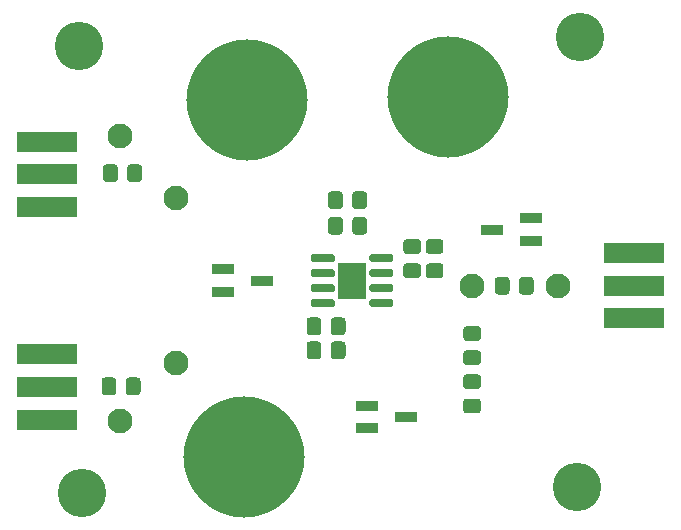
<source format=gbr>
%TF.GenerationSoftware,KiCad,Pcbnew,(5.1.6-0-10_14)*%
%TF.CreationDate,2020-10-22T07:10:05-07:00*%
%TF.ProjectId,tia_dev_board,7469615f-6465-4765-9f62-6f6172642e6b,rev?*%
%TF.SameCoordinates,Original*%
%TF.FileFunction,Soldermask,Top*%
%TF.FilePolarity,Negative*%
%FSLAX46Y46*%
G04 Gerber Fmt 4.6, Leading zero omitted, Abs format (unit mm)*
G04 Created by KiCad (PCBNEW (5.1.6-0-10_14)) date 2020-10-22 07:10:05*
%MOMM*%
%LPD*%
G01*
G04 APERTURE LIST*
%ADD10R,5.180000X1.700000*%
%ADD11R,2.390000X3.100000*%
%ADD12C,10.260000*%
%ADD13C,2.100000*%
%ADD14C,4.100000*%
%ADD15R,1.900000X0.900000*%
G04 APERTURE END LIST*
D10*
%TO.C,J3*%
X192786000Y-88670000D03*
X192786000Y-94210000D03*
X192786000Y-91440000D03*
%TD*%
%TO.C,J1*%
X143060000Y-102770000D03*
X143060000Y-97230000D03*
X143060000Y-100000000D03*
%TD*%
%TO.C,J2*%
X143060000Y-84770000D03*
X143060000Y-79230000D03*
X143060000Y-82000000D03*
%TD*%
D11*
%TO.C,U4*%
X168910000Y-91000000D03*
G36*
G01*
X170360000Y-89270000D02*
X170360000Y-88920000D01*
G75*
G02*
X170535000Y-88745000I175000J0D01*
G01*
X172235000Y-88745000D01*
G75*
G02*
X172410000Y-88920000I0J-175000D01*
G01*
X172410000Y-89270000D01*
G75*
G02*
X172235000Y-89445000I-175000J0D01*
G01*
X170535000Y-89445000D01*
G75*
G02*
X170360000Y-89270000I0J175000D01*
G01*
G37*
G36*
G01*
X170360000Y-90540000D02*
X170360000Y-90190000D01*
G75*
G02*
X170535000Y-90015000I175000J0D01*
G01*
X172235000Y-90015000D01*
G75*
G02*
X172410000Y-90190000I0J-175000D01*
G01*
X172410000Y-90540000D01*
G75*
G02*
X172235000Y-90715000I-175000J0D01*
G01*
X170535000Y-90715000D01*
G75*
G02*
X170360000Y-90540000I0J175000D01*
G01*
G37*
G36*
G01*
X170360000Y-91810000D02*
X170360000Y-91460000D01*
G75*
G02*
X170535000Y-91285000I175000J0D01*
G01*
X172235000Y-91285000D01*
G75*
G02*
X172410000Y-91460000I0J-175000D01*
G01*
X172410000Y-91810000D01*
G75*
G02*
X172235000Y-91985000I-175000J0D01*
G01*
X170535000Y-91985000D01*
G75*
G02*
X170360000Y-91810000I0J175000D01*
G01*
G37*
G36*
G01*
X170360000Y-93080000D02*
X170360000Y-92730000D01*
G75*
G02*
X170535000Y-92555000I175000J0D01*
G01*
X172235000Y-92555000D01*
G75*
G02*
X172410000Y-92730000I0J-175000D01*
G01*
X172410000Y-93080000D01*
G75*
G02*
X172235000Y-93255000I-175000J0D01*
G01*
X170535000Y-93255000D01*
G75*
G02*
X170360000Y-93080000I0J175000D01*
G01*
G37*
G36*
G01*
X165410000Y-93080000D02*
X165410000Y-92730000D01*
G75*
G02*
X165585000Y-92555000I175000J0D01*
G01*
X167285000Y-92555000D01*
G75*
G02*
X167460000Y-92730000I0J-175000D01*
G01*
X167460000Y-93080000D01*
G75*
G02*
X167285000Y-93255000I-175000J0D01*
G01*
X165585000Y-93255000D01*
G75*
G02*
X165410000Y-93080000I0J175000D01*
G01*
G37*
G36*
G01*
X165410000Y-91810000D02*
X165410000Y-91460000D01*
G75*
G02*
X165585000Y-91285000I175000J0D01*
G01*
X167285000Y-91285000D01*
G75*
G02*
X167460000Y-91460000I0J-175000D01*
G01*
X167460000Y-91810000D01*
G75*
G02*
X167285000Y-91985000I-175000J0D01*
G01*
X165585000Y-91985000D01*
G75*
G02*
X165410000Y-91810000I0J175000D01*
G01*
G37*
G36*
G01*
X165410000Y-90540000D02*
X165410000Y-90190000D01*
G75*
G02*
X165585000Y-90015000I175000J0D01*
G01*
X167285000Y-90015000D01*
G75*
G02*
X167460000Y-90190000I0J-175000D01*
G01*
X167460000Y-90540000D01*
G75*
G02*
X167285000Y-90715000I-175000J0D01*
G01*
X165585000Y-90715000D01*
G75*
G02*
X165410000Y-90540000I0J175000D01*
G01*
G37*
G36*
G01*
X165410000Y-89270000D02*
X165410000Y-88920000D01*
G75*
G02*
X165585000Y-88745000I175000J0D01*
G01*
X167285000Y-88745000D01*
G75*
G02*
X167460000Y-88920000I0J-175000D01*
G01*
X167460000Y-89270000D01*
G75*
G02*
X167285000Y-89445000I-175000J0D01*
G01*
X165585000Y-89445000D01*
G75*
G02*
X165410000Y-89270000I0J175000D01*
G01*
G37*
%TD*%
D12*
%TO.C,U3*%
X159766000Y-105918000D03*
%TD*%
%TO.C,U2*%
X160020000Y-75692000D03*
%TD*%
%TO.C,U1*%
X177038000Y-75438000D03*
%TD*%
D13*
%TO.C,TP6*%
X186309000Y-91440000D03*
%TD*%
%TO.C,TP5*%
X179070000Y-91440000D03*
%TD*%
%TO.C,TP4*%
X154000000Y-84000000D03*
%TD*%
%TO.C,TP3*%
X154000000Y-98000000D03*
%TD*%
%TO.C,TP2*%
X149225000Y-78740000D03*
%TD*%
%TO.C,TP1*%
X149225000Y-102870000D03*
%TD*%
%TO.C,R5*%
G36*
G01*
X182235000Y-90961738D02*
X182235000Y-91918262D01*
G75*
G02*
X181963262Y-92190000I-271738J0D01*
G01*
X181256738Y-92190000D01*
G75*
G02*
X180985000Y-91918262I0J271738D01*
G01*
X180985000Y-90961738D01*
G75*
G02*
X181256738Y-90690000I271738J0D01*
G01*
X181963262Y-90690000D01*
G75*
G02*
X182235000Y-90961738I0J-271738D01*
G01*
G37*
G36*
G01*
X184285000Y-90961738D02*
X184285000Y-91918262D01*
G75*
G02*
X184013262Y-92190000I-271738J0D01*
G01*
X183306738Y-92190000D01*
G75*
G02*
X183035000Y-91918262I0J271738D01*
G01*
X183035000Y-90961738D01*
G75*
G02*
X183306738Y-90690000I271738J0D01*
G01*
X184013262Y-90690000D01*
G75*
G02*
X184285000Y-90961738I0J-271738D01*
G01*
G37*
%TD*%
%TO.C,R4*%
G36*
G01*
X178591738Y-96911000D02*
X179548262Y-96911000D01*
G75*
G02*
X179820000Y-97182738I0J-271738D01*
G01*
X179820000Y-97889262D01*
G75*
G02*
X179548262Y-98161000I-271738J0D01*
G01*
X178591738Y-98161000D01*
G75*
G02*
X178320000Y-97889262I0J271738D01*
G01*
X178320000Y-97182738D01*
G75*
G02*
X178591738Y-96911000I271738J0D01*
G01*
G37*
G36*
G01*
X178591738Y-94861000D02*
X179548262Y-94861000D01*
G75*
G02*
X179820000Y-95132738I0J-271738D01*
G01*
X179820000Y-95839262D01*
G75*
G02*
X179548262Y-96111000I-271738J0D01*
G01*
X178591738Y-96111000D01*
G75*
G02*
X178320000Y-95839262I0J271738D01*
G01*
X178320000Y-95132738D01*
G75*
G02*
X178591738Y-94861000I271738J0D01*
G01*
G37*
%TD*%
%TO.C,RF1*%
G36*
G01*
X168120000Y-85881738D02*
X168120000Y-86838262D01*
G75*
G02*
X167848262Y-87110000I-271738J0D01*
G01*
X167141738Y-87110000D01*
G75*
G02*
X166870000Y-86838262I0J271738D01*
G01*
X166870000Y-85881738D01*
G75*
G02*
X167141738Y-85610000I271738J0D01*
G01*
X167848262Y-85610000D01*
G75*
G02*
X168120000Y-85881738I0J-271738D01*
G01*
G37*
G36*
G01*
X170170000Y-85881738D02*
X170170000Y-86838262D01*
G75*
G02*
X169898262Y-87110000I-271738J0D01*
G01*
X169191738Y-87110000D01*
G75*
G02*
X168920000Y-86838262I0J271738D01*
G01*
X168920000Y-85881738D01*
G75*
G02*
X169191738Y-85610000I271738J0D01*
G01*
X169898262Y-85610000D01*
G75*
G02*
X170170000Y-85881738I0J-271738D01*
G01*
G37*
%TD*%
%TO.C,R2*%
G36*
G01*
X148943000Y-99470738D02*
X148943000Y-100427262D01*
G75*
G02*
X148671262Y-100699000I-271738J0D01*
G01*
X147964738Y-100699000D01*
G75*
G02*
X147693000Y-100427262I0J271738D01*
G01*
X147693000Y-99470738D01*
G75*
G02*
X147964738Y-99199000I271738J0D01*
G01*
X148671262Y-99199000D01*
G75*
G02*
X148943000Y-99470738I0J-271738D01*
G01*
G37*
G36*
G01*
X150993000Y-99470738D02*
X150993000Y-100427262D01*
G75*
G02*
X150721262Y-100699000I-271738J0D01*
G01*
X150014738Y-100699000D01*
G75*
G02*
X149743000Y-100427262I0J271738D01*
G01*
X149743000Y-99470738D01*
G75*
G02*
X150014738Y-99199000I271738J0D01*
G01*
X150721262Y-99199000D01*
G75*
G02*
X150993000Y-99470738I0J-271738D01*
G01*
G37*
%TD*%
%TO.C,R1*%
G36*
G01*
X149070000Y-81436738D02*
X149070000Y-82393262D01*
G75*
G02*
X148798262Y-82665000I-271738J0D01*
G01*
X148091738Y-82665000D01*
G75*
G02*
X147820000Y-82393262I0J271738D01*
G01*
X147820000Y-81436738D01*
G75*
G02*
X148091738Y-81165000I271738J0D01*
G01*
X148798262Y-81165000D01*
G75*
G02*
X149070000Y-81436738I0J-271738D01*
G01*
G37*
G36*
G01*
X151120000Y-81436738D02*
X151120000Y-82393262D01*
G75*
G02*
X150848262Y-82665000I-271738J0D01*
G01*
X150141738Y-82665000D01*
G75*
G02*
X149870000Y-82393262I0J271738D01*
G01*
X149870000Y-81436738D01*
G75*
G02*
X150141738Y-81165000I271738J0D01*
G01*
X150848262Y-81165000D01*
G75*
G02*
X151120000Y-81436738I0J-271738D01*
G01*
G37*
%TD*%
D14*
%TO.C,H4*%
X187960000Y-108458000D03*
%TD*%
%TO.C,H3*%
X145796000Y-71120000D03*
%TD*%
%TO.C,H2*%
X188214000Y-70358000D03*
%TD*%
%TO.C,H1*%
X146050000Y-108966000D03*
%TD*%
D15*
%TO.C,D3*%
X180723000Y-86680000D03*
X184023000Y-85730000D03*
X184023000Y-87630000D03*
%TD*%
%TO.C,D2*%
X173480000Y-102550000D03*
X170180000Y-103500000D03*
X170180000Y-101600000D03*
%TD*%
%TO.C,D1*%
X161290000Y-91000000D03*
X157990000Y-91950000D03*
X157990000Y-90050000D03*
%TD*%
%TO.C,C6*%
G36*
G01*
X178591738Y-100993000D02*
X179548262Y-100993000D01*
G75*
G02*
X179820000Y-101264738I0J-271738D01*
G01*
X179820000Y-101971262D01*
G75*
G02*
X179548262Y-102243000I-271738J0D01*
G01*
X178591738Y-102243000D01*
G75*
G02*
X178320000Y-101971262I0J271738D01*
G01*
X178320000Y-101264738D01*
G75*
G02*
X178591738Y-100993000I271738J0D01*
G01*
G37*
G36*
G01*
X178591738Y-98943000D02*
X179548262Y-98943000D01*
G75*
G02*
X179820000Y-99214738I0J-271738D01*
G01*
X179820000Y-99921262D01*
G75*
G02*
X179548262Y-100193000I-271738J0D01*
G01*
X178591738Y-100193000D01*
G75*
G02*
X178320000Y-99921262I0J271738D01*
G01*
X178320000Y-99214738D01*
G75*
G02*
X178591738Y-98943000I271738J0D01*
G01*
G37*
%TD*%
%TO.C,CF1*%
G36*
G01*
X168120000Y-83722738D02*
X168120000Y-84679262D01*
G75*
G02*
X167848262Y-84951000I-271738J0D01*
G01*
X167141738Y-84951000D01*
G75*
G02*
X166870000Y-84679262I0J271738D01*
G01*
X166870000Y-83722738D01*
G75*
G02*
X167141738Y-83451000I271738J0D01*
G01*
X167848262Y-83451000D01*
G75*
G02*
X168120000Y-83722738I0J-271738D01*
G01*
G37*
G36*
G01*
X170170000Y-83722738D02*
X170170000Y-84679262D01*
G75*
G02*
X169898262Y-84951000I-271738J0D01*
G01*
X169191738Y-84951000D01*
G75*
G02*
X168920000Y-84679262I0J271738D01*
G01*
X168920000Y-83722738D01*
G75*
G02*
X169191738Y-83451000I271738J0D01*
G01*
X169898262Y-83451000D01*
G75*
G02*
X170170000Y-83722738I0J-271738D01*
G01*
G37*
%TD*%
%TO.C,C4*%
G36*
G01*
X175416738Y-89545000D02*
X176373262Y-89545000D01*
G75*
G02*
X176645000Y-89816738I0J-271738D01*
G01*
X176645000Y-90523262D01*
G75*
G02*
X176373262Y-90795000I-271738J0D01*
G01*
X175416738Y-90795000D01*
G75*
G02*
X175145000Y-90523262I0J271738D01*
G01*
X175145000Y-89816738D01*
G75*
G02*
X175416738Y-89545000I271738J0D01*
G01*
G37*
G36*
G01*
X175416738Y-87495000D02*
X176373262Y-87495000D01*
G75*
G02*
X176645000Y-87766738I0J-271738D01*
G01*
X176645000Y-88473262D01*
G75*
G02*
X176373262Y-88745000I-271738J0D01*
G01*
X175416738Y-88745000D01*
G75*
G02*
X175145000Y-88473262I0J271738D01*
G01*
X175145000Y-87766738D01*
G75*
G02*
X175416738Y-87495000I271738J0D01*
G01*
G37*
%TD*%
%TO.C,C3*%
G36*
G01*
X173511738Y-89545000D02*
X174468262Y-89545000D01*
G75*
G02*
X174740000Y-89816738I0J-271738D01*
G01*
X174740000Y-90523262D01*
G75*
G02*
X174468262Y-90795000I-271738J0D01*
G01*
X173511738Y-90795000D01*
G75*
G02*
X173240000Y-90523262I0J271738D01*
G01*
X173240000Y-89816738D01*
G75*
G02*
X173511738Y-89545000I271738J0D01*
G01*
G37*
G36*
G01*
X173511738Y-87495000D02*
X174468262Y-87495000D01*
G75*
G02*
X174740000Y-87766738I0J-271738D01*
G01*
X174740000Y-88473262D01*
G75*
G02*
X174468262Y-88745000I-271738J0D01*
G01*
X173511738Y-88745000D01*
G75*
G02*
X173240000Y-88473262I0J271738D01*
G01*
X173240000Y-87766738D01*
G75*
G02*
X173511738Y-87495000I271738J0D01*
G01*
G37*
%TD*%
%TO.C,C2*%
G36*
G01*
X167100000Y-95347262D02*
X167100000Y-94390738D01*
G75*
G02*
X167371738Y-94119000I271738J0D01*
G01*
X168078262Y-94119000D01*
G75*
G02*
X168350000Y-94390738I0J-271738D01*
G01*
X168350000Y-95347262D01*
G75*
G02*
X168078262Y-95619000I-271738J0D01*
G01*
X167371738Y-95619000D01*
G75*
G02*
X167100000Y-95347262I0J271738D01*
G01*
G37*
G36*
G01*
X165050000Y-95347262D02*
X165050000Y-94390738D01*
G75*
G02*
X165321738Y-94119000I271738J0D01*
G01*
X166028262Y-94119000D01*
G75*
G02*
X166300000Y-94390738I0J-271738D01*
G01*
X166300000Y-95347262D01*
G75*
G02*
X166028262Y-95619000I-271738J0D01*
G01*
X165321738Y-95619000D01*
G75*
G02*
X165050000Y-95347262I0J271738D01*
G01*
G37*
%TD*%
%TO.C,C1*%
G36*
G01*
X167100000Y-97379262D02*
X167100000Y-96422738D01*
G75*
G02*
X167371738Y-96151000I271738J0D01*
G01*
X168078262Y-96151000D01*
G75*
G02*
X168350000Y-96422738I0J-271738D01*
G01*
X168350000Y-97379262D01*
G75*
G02*
X168078262Y-97651000I-271738J0D01*
G01*
X167371738Y-97651000D01*
G75*
G02*
X167100000Y-97379262I0J271738D01*
G01*
G37*
G36*
G01*
X165050000Y-97379262D02*
X165050000Y-96422738D01*
G75*
G02*
X165321738Y-96151000I271738J0D01*
G01*
X166028262Y-96151000D01*
G75*
G02*
X166300000Y-96422738I0J-271738D01*
G01*
X166300000Y-97379262D01*
G75*
G02*
X166028262Y-97651000I-271738J0D01*
G01*
X165321738Y-97651000D01*
G75*
G02*
X165050000Y-97379262I0J271738D01*
G01*
G37*
%TD*%
M02*

</source>
